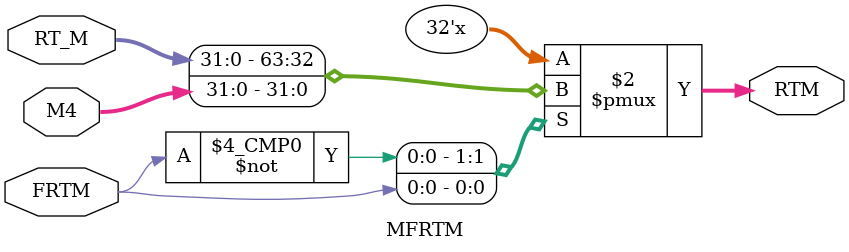
<source format=v>
`timescale 1ns / 1ps
module MFRSD(
		input [2:0] FRSD,
		input [31:0] RF_RD1,
		input [31:0] DMout,
		input [31:0] AOW,
		input [31:0] PC8W,
		input [31:0] PC8M,
		input [31:0] AOM,
		output reg [31:0] RSD
    );
	 always @(*) begin
			case (FRSD)
				3'b000:RSD <= RF_RD1;
				3'b001:RSD <= DMout;
				3'b010:RSD <= AOW;
				3'b011:RSD <= PC8W;
				3'b100:RSD <= PC8M;
				3'b101:RSD <= AOM;
			endcase
			//$display("@CMP1:%d %h",FRSD,DMout);
	 end
	 
endmodule

module MFRTD(
		input [2:0] FRTD,
		input [31:0] RF_RD2,
		input [31:0] DMout,
		input [31:0] AOW,
		input [31:0] PC8W,
		input [31:0] PC8M,
		input [31:0] AOM,
		output reg [31:0] RTD
    );
	 always @(*) begin
			case (FRTD)
				3'b000:RTD <= RF_RD2;
				3'b001:RTD <= DMout;
				3'b010:RTD <= AOW;
				3'b011:RTD <= PC8W;
				3'b100:RTD <= PC8M;
				3'b101:RTD <= AOM;
			endcase
			//$display("@CMP2:%d %h",FRTD,DMout);
	 end
endmodule

module MFRSE(
		input [2:0] FRSE,
		input [31:0] RS_E,
		input [31:0] DMout,
		input [31:0] AOW,
		input [31:0] PC8W,
		input [31:0] PC8M,
		input [31:0] AOM,
		input [31:0] DM,
		output reg [31:0] RSE
    );
	 always @(*) begin
			case (FRSE)
				3'b000:RSE <= RS_E;
				3'b001:RSE <= DMout;
				3'b010:RSE <= AOW;
				3'b011:RSE <= PC8W;
				3'b100:RSE <= PC8M;
				3'b101:RSE <= AOM;
				3'b110:RSE <= DM;
			endcase
			//$display("@ALU_A:%d %h",FRSE,DMout);
	 end
endmodule


module MFRTE(
		input [2:0] FRTE,
		input [31:0] RT_E,
		input [31:0] DMout,
		input [31:0] AOW,
		input [31:0] PC8W,
		input [31:0] PC8M,
		input [31:0] AOM,
		input [31:0] DM,
		output reg [31:0] RTE
    );
	 always @(*) begin
			case (FRTE)
				3'b000:RTE <= RT_E;
				3'b001:RTE <= DMout;
				3'b010:RTE <= AOW;
				3'b011:RTE <= PC8W;
				3'b100:RTE <= PC8M;
				3'b101:RTE <= AOM;
				3'b110:RTE <= DM;
			endcase
			//$display("@ALU_B:%d %h",FRTE,DMout);
	 end
endmodule

module MFRTM(
		input  FRTM,
		input [31:0] RT_M,
		//input [31:0] AO,
		input [31:0] M4,
		output reg [31:0] RTM
    );
	 always @(*) begin
			case (FRTM)
				1'b0:RTM <= RT_M;
				//2'b01:RTM <= AO;
				1'b1:RTM <= M4;
			endcase
	 end
endmodule
</source>
